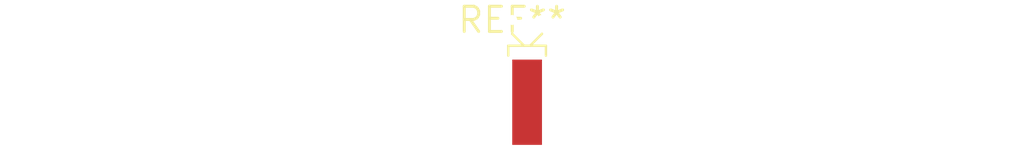
<source format=kicad_pcb>
(kicad_pcb (version 20240108) (generator pcbnew)
  (layers (0 "F.Cu" signal) (31 "B.Cu" signal) (34 "B.Paste" user) (35 "F.Paste" user) (36 "B.SilkS" user "B.Silkscreen") (37 "F.SilkS" user "F.Silkscreen") (38 "B.Mask" user) (39 "F.Mask" user) (44 "Edge.Cuts" user))
  (net 0 "")
  (footprint "Crystal_DS10_D1.0mm_L4.3mm_Horizontal_1EP_style1" (layer "F.Cu") (at 0 0)
    (property "Reference" "REF**")
    (property "Value" "Crystal_DS10_D1.0mm_L4.3mm_Horizontal_1EP_style1")
    (fp_line (start -0.2 1.3) (end 1.7 1.3) (layer "F.SilkS") (stroke (width 0.12)))
    (fp_line (start -0.2 1.8) (end -0.2 1.3) (layer "F.SilkS") (stroke (width 0.12)))
    (fp_line (start 0 0.7) (end 0 0.7) (layer "F.SilkS") (stroke (width 0.12)))
    (fp_line (start 0.6 1.3) (end 0 0.7) (layer "F.SilkS") (stroke (width 0.12)))
    (fp_line (start 0.9 1.3) (end 1.5 0.7) (layer "F.SilkS") (stroke (width 0.12)))
    (fp_line (start 1.5 0.7) (end 1.5 0.7) (layer "F.SilkS") (stroke (width 0.12)))
    (fp_line (start 1.7 1.3) (end 1.7 1.8) (layer "F.SilkS") (stroke (width 0.12)))
    (pad "1" thru_hole circle (at 0 0) (size 1 1) (drill 0.5) (layers *.Cu *.Mask) (remove_unused_layers))
    (pad "2" thru_hole circle (at 1.5 0) (size 1 1) (drill 0.5) (layers *.Cu *.Mask) (remove_unused_layers))
    (pad "3" smd rect (at 0.75 4.15) (size 1.5 4.3) (layers "F.Cu" "F.Paste" "F.Mask"))
  )
)
</source>
